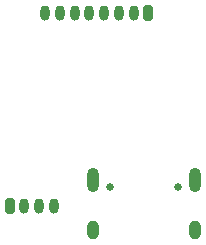
<source format=gbr>
%TF.GenerationSoftware,KiCad,Pcbnew,(6.0.0)*%
%TF.CreationDate,2022-02-06T18:38:24+08:00*%
%TF.ProjectId,FurutaPendulum_Power_Board,46757275-7461-4506-956e-64756c756d5f,rev?*%
%TF.SameCoordinates,Original*%
%TF.FileFunction,Soldermask,Bot*%
%TF.FilePolarity,Negative*%
%FSLAX46Y46*%
G04 Gerber Fmt 4.6, Leading zero omitted, Abs format (unit mm)*
G04 Created by KiCad (PCBNEW (6.0.0)) date 2022-02-06 18:38:24*
%MOMM*%
%LPD*%
G01*
G04 APERTURE LIST*
G04 Aperture macros list*
%AMRoundRect*
0 Rectangle with rounded corners*
0 $1 Rounding radius*
0 $2 $3 $4 $5 $6 $7 $8 $9 X,Y pos of 4 corners*
0 Add a 4 corners polygon primitive as box body*
4,1,4,$2,$3,$4,$5,$6,$7,$8,$9,$2,$3,0*
0 Add four circle primitives for the rounded corners*
1,1,$1+$1,$2,$3*
1,1,$1+$1,$4,$5*
1,1,$1+$1,$6,$7*
1,1,$1+$1,$8,$9*
0 Add four rect primitives between the rounded corners*
20,1,$1+$1,$2,$3,$4,$5,0*
20,1,$1+$1,$4,$5,$6,$7,0*
20,1,$1+$1,$6,$7,$8,$9,0*
20,1,$1+$1,$8,$9,$2,$3,0*%
G04 Aperture macros list end*
%ADD10RoundRect,0.200000X0.200000X0.450000X-0.200000X0.450000X-0.200000X-0.450000X0.200000X-0.450000X0*%
%ADD11O,0.800000X1.300000*%
%ADD12RoundRect,0.200000X-0.200000X-0.450000X0.200000X-0.450000X0.200000X0.450000X-0.200000X0.450000X0*%
%ADD13C,0.650000*%
%ADD14O,1.000000X2.100000*%
%ADD15O,1.000000X1.600000*%
G04 APERTURE END LIST*
D10*
%TO.C,J2*%
X104375000Y-97200000D03*
D11*
X103125000Y-97200000D03*
X101875000Y-97200000D03*
X100625000Y-97200000D03*
X99375000Y-97200000D03*
X98125000Y-97200000D03*
X96875000Y-97200000D03*
X95625000Y-97200000D03*
%TD*%
D12*
%TO.C,J3*%
X92625000Y-113550000D03*
D11*
X93875000Y-113550000D03*
X95125000Y-113550000D03*
X96375000Y-113550000D03*
%TD*%
D13*
%TO.C,J1*%
X101110000Y-111900000D03*
X106890000Y-111900000D03*
D14*
X108320000Y-111370000D03*
D15*
X99680000Y-115550000D03*
X108320000Y-115550000D03*
D14*
X99680000Y-111370000D03*
%TD*%
M02*

</source>
